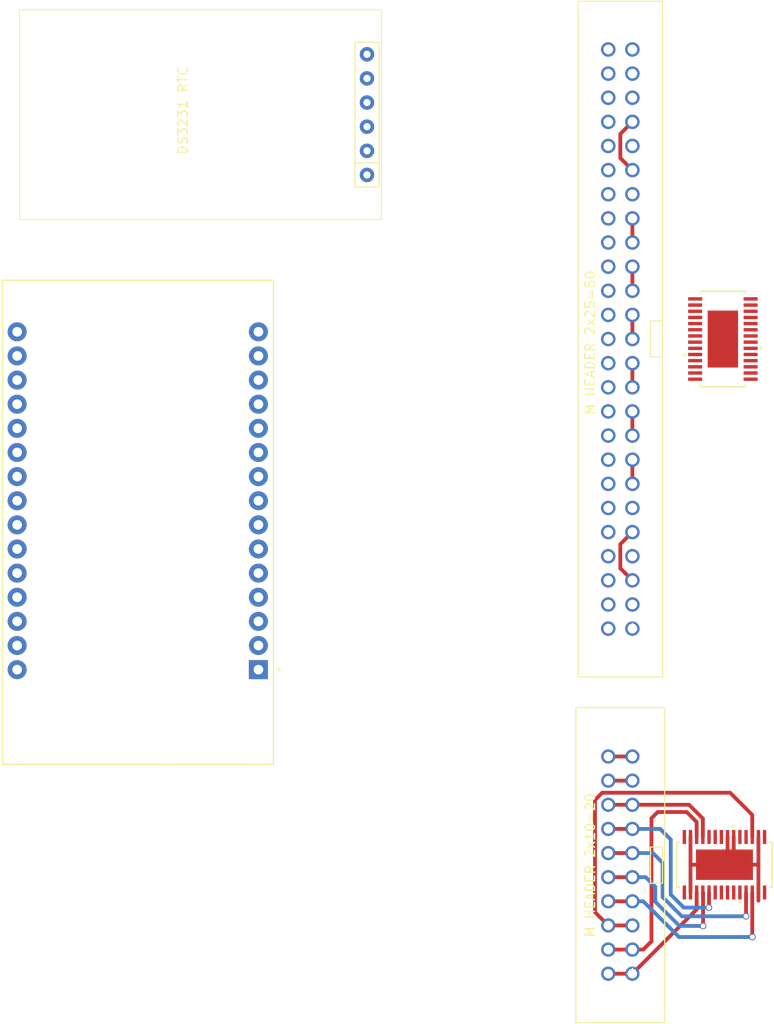
<source format=kicad_pcb>
(kicad_pcb (version 20221018) (generator pcbnew)
  (layers (0 "F.Cu" signal) (31 "B.Cu" signal) (34 "B.Paste" user) (35 "F.Paste" user) (36 "B.SilkS" user "B.Silkscreen") (37 "F.SilkS" user "F.Silkscreen") (38 "B.Mask" user) (39 "F.Mask" user) (44 "Edge.Cuts" user))
  (net 0 "")
  (footprint "Luminator:M HEADER 2x10=20 2.54mm" (layer "F.Cu") (at 101.854 131.318 90)
    (fp_text reference "REF**" hide)
    (fp_text value "M HEADER 2x10=20" (at 11.43 -4.445 90) (layer "F.SilkS"))
    (fp_text user "*" (at 0 0 90) (layer "F.SilkS"))
    (fp_line (start -5.1435 -5.9436) (end -5.1435 3.4036) (stroke (width 0.12)) (layer "F.SilkS"))
    (fp_line (start -5.1435 3.4036) (end 28.0035 3.4036) (stroke (width 0.12)) (layer "F.SilkS"))
    (fp_line (start 28.0035 -5.9436) (end -5.1435 -5.9436) (stroke (width 0.12)) (layer "F.SilkS"))
    (fp_line (start 28.0035 3.4036) (end 28.0035 -5.9436) (stroke (width 0.12)) (layer "F.SilkS"))
    (fp_rect (start 9.525 1.905) (end 13.335 3.175) (stroke (width 0.12)) (fill none) (layer "F.SilkS"))
    (pad "1" thru_hole circle (at 0 0 90) (size 1.4986 1.4986) (drill 0.9906) (layers "*.Cu" "*.Mask"))
    (pad "2" thru_hole circle (at 0 -2.54 90) (size 1.4986 1.4986) (drill 0.9906) (layers "*.Cu" "*.Mask"))
    (pad "3" thru_hole circle (at 2.54 0 90) (size 1.4986 1.4986) (drill 0.9906) (layers "*.Cu" "*.Mask"))
    (pad "4" thru_hole circle (at 2.54 -2.54 90) (size 1.4986 1.4986) (drill 0.9906) (layers "*.Cu" "*.Mask"))
    (pad "5" thru_hole circle (at 5.08 0 90) (size 1.4986 1.4986) (drill 0.9906) (layers "*.Cu" "*.Mask"))
    (pad "6" thru_hole circle (at 5.08 -2.54 90) (size 1.4986 1.4986) (drill 0.9906) (layers "*.Cu" "*.Mask"))
    (pad "7" thru_hole circle (at 7.62 0 90) (size 1.4986 1.4986) (drill 0.9906) (layers "*.Cu" "*.Mask"))
    (pad "8" thru_hole circle (at 7.62 -2.54 90) (size 1.4986 1.4986) (drill 0.9906) (layers "*.Cu" "*.Mask"))
    (pad "9" thru_hole circle (at 10.16 0 90) (size 1.4986 1.4986) (drill 0.9906) (layers "*.Cu" "*.Mask"))
    (pad "10" thru_hole circle (at 10.16 -2.54 90) (size 1.4986 1.4986) (drill 0.9906) (layers "*.Cu" "*.Mask"))
    (pad "11" thru_hole circle (at 12.7 0 90) (size 1.4986 1.4986) (drill 0.9906) (layers "*.Cu" "*.Mask"))
    (pad "12" thru_hole circle (at 12.7 -2.54 90) (size 1.4986 1.4986) (drill 0.9906) (layers "*.Cu" "*.Mask"))
    (pad "13" thru_hole circle (at 15.24 0 90) (size 1.4986 1.4986) (drill 0.9906) (layers "*.Cu" "*.Mask"))
    (pad "14" thru_hole circle (at 15.24 -2.54 90) (size 1.4986 1.4986) (drill 0.9906) (layers "*.Cu" "*.Mask"))
    (pad "15" thru_hole circle (at 17.78 0 90) (size 1.4986 1.4986) (drill 0.9906) (layers "*.Cu" "*.Mask"))
    (pad "16" thru_hole circle (at 17.78 -2.54 90) (size 1.4986 1.4986) (drill 0.9906) (layers "*.Cu" "*.Mask"))
    (pad "17" thru_hole circle (at 20.32 0 90) (size 1.4986 1.4986) (drill 0.9906) (layers "*.Cu" "*.Mask"))
    (pad "18" thru_hole circle (at 20.32 -2.54 90) (size 1.4986 1.4986) (drill 0.9906) (layers "*.Cu" "*.Mask"))
    (pad "19" thru_hole circle (at 22.86 0 90) (size 1.4986 1.4986) (drill 0.9906) (layers "*.Cu" "*.Mask"))
    (pad "20" thru_hole circle (at 22.86 -2.54 90) (size 1.4986 1.4986) (drill 0.9906) (layers "*.Cu" "*.Mask"))
  )
  (footprint "Luminator:TSSOP-28EP_MPQ6628_MNP" (layer "F.Cu") (at 111.379 64.516)
    (fp_text reference "REF**" hide)
    (fp_text value "TSSOP-28EP_MPQ6628_MNP" hide)
    (fp_line (start -2.3749 -5.0292) (end -2.3749 -4.73554) (stroke (width 0.1524)) (layer "F.SilkS"))
    (fp_line (start -2.3749 4.735538) (end -2.3749 5.0292) (stroke (width 0.1524)) (layer "F.SilkS"))
    (fp_line (start -2.3749 5.0292) (end 2.3749 5.0292) (stroke (width 0.1524)) (layer "F.SilkS"))
    (fp_line (start 2.3749 -5.0292) (end -2.3749 -5.0292) (stroke (width 0.1524)) (layer "F.SilkS"))
    (fp_line (start 2.3749 -4.73554) (end 2.3749 -5.0292) (stroke (width 0.1524)) (layer "F.SilkS"))
    (fp_line (start 2.3749 5.0292) (end 2.3749 4.73554) (stroke (width 0.1524)) (layer "F.SilkS"))
    (fp_poly (pts (xy -4.1656 1.434498) (xy -4.1656 1.815498) (xy -3.9116 1.815498) (xy -3.9116 1.434498)) (fill solid) (layer "F.SilkS"))
    (fp_poly (pts (xy 4.1656 0.784499) (xy 4.1656 1.165499) (xy 3.9116 1.165499) (xy 3.9116 0.784499)) (fill solid) (layer "F.SilkS"))
    (pad "1" smd rect (at -2.921 -4.225) (size 1.4732 0.3556) (layers "F.Cu" "F.Paste" "F.Mask"))
    (pad "2" smd rect (at -2.921 -3.574999) (size 1.4732 0.3556) (layers "F.Cu" "F.Paste" "F.Mask"))
    (pad "3" smd rect (at -2.921 -2.925) (size 1.4732 0.3556) (layers "F.Cu" "F.Paste" "F.Mask"))
    (pad "4" smd rect (at -2.921 -2.274999) (size 1.4732 0.3556) (layers "F.Cu" "F.Paste" "F.Mask"))
    (pad "5" smd rect (at -2.921 -1.625001) (size 1.4732 0.3556) (layers "F.Cu" "F.Paste" "F.Mask"))
    (pad "6" smd rect (at -2.921 -0.974999) (size 1.4732 0.3556) (layers "F.Cu" "F.Paste" "F.Mask"))
    (pad "7" smd rect (at -2.921 -0.325001) (size 1.4732 0.3556) (layers "F.Cu" "F.Paste" "F.Mask"))
    (pad "8" smd rect (at -2.921 0.324998) (size 1.4732 0.3556) (layers "F.Cu" "F.Paste" "F.Mask"))
    (pad "9" smd rect (at -2.921 0.974999) (size 1.4732 0.3556) (layers "F.Cu" "F.Paste" "F.Mask"))
    (pad "10" smd rect (at -2.921 1.624998) (size 1.4732 0.3556) (layers "F.Cu" "F.Paste" "F.Mask"))
    (pad "11" smd rect (at -2.921 2.274999) (size 1.4732 0.3556) (layers "F.Cu" "F.Paste" "F.Mask"))
    (pad "12" smd rect (at -2.921 2.924998) (size 1.4732 0.3556) (layers "F.Cu" "F.Paste" "F.Mask"))
    (pad "13" smd rect (at -2.921 3.574999) (size 1.4732 0.3556) (layers "F.Cu" "F.Paste" "F.Mask"))
    (pad "14" smd rect (at -2.921 4.224998) (size 1.4732 0.3556) (layers "F.Cu" "F.Paste" "F.Mask"))
    (pad "15" smd rect (at 2.921 4.225) (size 1.4732 0.3556) (layers "F.Cu" "F.Paste" "F.Mask"))
    (pad "16" smd rect (at 2.921 3.574999) (size 1.4732 0.3556) (layers "F.Cu" "F.Paste" "F.Mask"))
    (pad "17" smd rect (at 2.921 2.925) (size 1.4732 0.3556) (layers "F.Cu" "F.Paste" "F.Mask"))
    (pad "18" smd rect (at 2.921 2.274999) (size 1.4732 0.3556) (layers "F.Cu" "F.Paste" "F.Mask"))
    (pad "19" smd rect (at 2.921 1.625001) (size 1.4732 0.3556) (layers "F.Cu" "F.Paste" "F.Mask"))
    (pad "20" smd rect (at 2.921 0.974999) (size 1.4732 0.3556) (layers "F.Cu" "F.Paste" "F.Mask"))
    (pad "21" smd rect (at 2.921 0.325001) (size 1.4732 0.3556) (layers "F.Cu" "F.Paste" "F.Mask"))
    (pad "22" smd rect (at 2.921 -0.325001) (size 1.4732 0.3556) (layers "F.Cu" "F.Paste" "F.Mask"))
    (pad "23" smd rect (at 2.921 -0.974999) (size 1.4732 0.3556) (layers "F.Cu" "F.Paste" "F.Mask"))
    (pad "24" smd rect (at 2.921 -1.625001) (size 1.4732 0.3556) (layers "F.Cu" "F.Paste" "F.Mask"))
    (pad "25" smd rect (at 2.921 -2.274999) (size 1.4732 0.3556) (layers "F.Cu" "F.Paste" "F.Mask"))
    (pad "26" smd rect (at 2.921 -2.925) (size 1.4732 0.3556) (layers "F.Cu" "F.Paste" "F.Mask"))
    (pad "27" smd rect (at 2.921 -3.574999) (size 1.4732 0.3556) (layers "F.Cu" "F.Paste" "F.Mask"))
    (pad "28" smd rect (at 2.921 -4.225) (size 1.4732 0.3556) (layers "F.Cu" "F.Paste" "F.Mask"))
    (pad "29" smd rect (at 0 0) (size 3.200001 6.000001) (layers "F.Cu" "F.Mask"))
  )
  (footprint "Luminator:DS3231 RTC" (layer "F.Cu") (at 73.914 40.894 90)
    (fp_text reference "REF**" hide)
    (fp_text value "DS3231 RTC")
    (fp_text user "DS3231 RTC" (at -4.318 -18.796 90 unlocked) (layer "F.SilkS") (effects (justify left bottom)))
    (fp_line (start -5.08 -1.27) (end -5.08 1.27) (stroke (width 0.12)) (layer "F.SilkS"))
    (fp_rect (start -11.049 -36.576) (end 11.049 1.524) (stroke (width 0.1)) (fill none) (layer "F.SilkS"))
    (fp_rect (start -7.62 -1.27) (end 7.62 1.27) (stroke (width 0.12)) (fill none) (layer "F.SilkS"))
    (pad "32K" thru_hole circle (at 6.35 0 90) (size 1.524 1.524) (drill 0.762) (layers "*.Cu" "*.Mask"))
    (pad "GND" thru_hole circle (at -6.35 0 90) (size 1.524 1.524) (drill 0.762) (layers "*.Cu" "*.Mask"))
    (pad "SCL" thru_hole circle (at 1.27 0 90) (size 1.524 1.524) (drill 0.762) (layers "*.Cu" "*.Mask"))
    (pad "SDA" thru_hole circle (at -1.27 0 90) (size 1.524 1.524) (drill 0.762) (layers "*.Cu" "*.Mask"))
    (pad "SQW" thru_hole circle (at 3.81 0 90) (size 1.524 1.524) (drill 0.762) (layers "*.Cu" "*.Mask"))
    (pad "VCC" thru_hole circle (at -3.81 0 90) (size 1.524 1.524) (drill 0.762) (layers "*.Cu" "*.Mask"))
  )
  (footprint "Luminator:M HEADER 2x25=50 2.54mm" (layer "F.Cu") (at 101.854 94.996 90)
    (fp_text reference "REF**" hide)
    (fp_text value "M HEADER 2x25=50 " (at 30.48 -4.445 90) (layer "F.SilkS"))
    (fp_line (start -5.08 -5.715) (end -5.08 3.175) (stroke (width 0.12)) (layer "F.SilkS"))
    (fp_line (start -5.08 3.175) (end 66.04 3.175) (stroke (width 0.12)) (layer "F.SilkS"))
    (fp_line (start 66.04 -5.715) (end -5.08 -5.715) (stroke (width 0.12)) (layer "F.SilkS"))
    (fp_line (start 66.04 3.175) (end 66.04 -5.715) (stroke (width 0.12)) (layer "F.SilkS"))
    (fp_rect (start 28.575 1.905) (end 32.385 3.175) (stroke (width 0.12)) (fill none) (layer "F.SilkS"))
    (pad "1" thru_hole circle (at 0 0 90) (size 1.524 1.524) (drill 1.016) (layers "*.Cu" "*.Mask"))
    (pad "2" thru_hole circle (at 0 -2.54 90) (size 1.524 1.524) (drill 1.016) (layers "*.Cu" "*.Mask"))
    (pad "3" thru_hole circle (at 2.54 0 90) (size 1.524 1.524) (drill 1.016) (layers "*.Cu" "*.Mask"))
    (pad "4" thru_hole circle (at 2.54 -2.54 90) (size 1.524 1.524) (drill 1.016) (layers "*.Cu" "*.Mask"))
    (pad "5" thru_hole circle (at 5.08 0 90) (size 1.524 1.524) (drill 1.016) (layers "*.Cu" "*.Mask"))
    (pad "6" thru_hole circle (at 5.08 -2.54 90) (size 1.524 1.524) (drill 1.016) (layers "*.Cu" "*.Mask"))
    (pad "7" thru_hole circle (at 7.62 0 90) (size 1.524 1.524) (drill 1.016) (layers "*.Cu" "*.Mask"))
    (pad "8" thru_hole circle (at 7.62 -2.54 90) (size 1.524 1.524) (drill 1.016) (layers "*.Cu" "*.Mask"))
    (pad "9" thru_hole circle (at 10.16 0 90) (size 1.524 1.524) (drill 1.016) (layers "*.Cu" "*.Mask"))
    (pad "10" thru_hole circle (at 10.16 -2.54 90) (size 1.524 1.524) (drill 1.016) (layers "*.Cu" "*.Mask"))
    (pad "11" thru_hole circle (at 12.7 0 90) (size 1.524 1.524) (drill 1.016) (layers "*.Cu" "*.Mask"))
    (pad "12" thru_hole circle (at 12.7 -2.54 90) (size 1.524 1.524) (drill 1.016) (layers "*.Cu" "*.Mask"))
    (pad "13" thru_hole circle (at 15.24 0 90) (size 1.524 1.524) (drill 1.016) (layers "*.Cu" "*.Mask"))
    (pad "14" thru_hole circle (at 15.24 -2.54 90) (size 1.524 1.524) (drill 1.016) (layers "*.Cu" "*.Mask"))
    (pad "15" thru_hole circle (at 17.78 0 90) (size 1.524 1.524) (drill 1.016) (layers "*.Cu" "*.Mask"))
    (pad "16" thru_hole circle (at 17.78 -2.54 90) (size 1.524 1.524) (drill 1.016) (layers "*.Cu" "*.Mask"))
    (pad "17" thru_hole circle (at 20.32 0 90) (size 1.524 1.524) (drill 1.016) (layers "*.Cu" "*.Mask"))
    (pad "18" thru_hole circle (at 20.32 -2.54 90) (size 1.524 1.524) (drill 1.016) (layers "*.Cu" "*.Mask"))
    (pad "19" thru_hole circle (at 22.86 0 90) (size 1.524 1.524) (drill 1.016) (layers "*.Cu" "*.Mask"))
    (pad "20" thru_hole circle (at 22.86 -2.54 90) (size 1.524 1.524) (drill 1.016) (layers "*.Cu" "*.Mask"))
    (pad "21" thru_hole circle (at 25.4 0 90) (size 1.524 1.524) (drill 1.016) (layers "*.Cu" "*.Mask"))
    (pad "22" thru_hole circle (at 25.4 -2.54 90) (size 1.524 1.524) (drill 1.016) (layers "*.Cu" "*.Mask"))
    (pad "23" thru_hole circle (at 27.94 0 90) (size 1.524 1.524) (drill 1.016) (layers "*.Cu" "*.Mask"))
    (pad "24" thru_hole circle (at 27.94 -2.54 90) (size 1.524 1.524) (drill 1.016) (layers "*.Cu" "*.Mask"))
    (pad "25" thru_hole circle (at 30.48 0 90) (size 1.524 1.524) (drill 1.016) (layers "*.Cu" "*.Mask"))
    (pad "26" thru_hole circle (at 30.48 -2.54 90) (size 1.524 1.524) (drill 1.016) (layers "*.Cu" "*.Mask"))
    (pad "27" thru_hole circle (at 33.02 0 90) (size 1.524 1.524) (drill 1.016) (layers "*.Cu" "*.Mask"))
    (pad "28" thru_hole circle (at 33.02 -2.54 90) (size 1.524 1.524) (drill 1.016) (layers "*.Cu" "*.Mask"))
    (pad "29" thru_hole circle (at 35.56 0 90) (size 1.524 1.524) (drill 1.016) (layers "*.Cu" "*.Mask"))
    (pad "30" thru_hole circle (at 35.56 -2.54 90) (size 1.524 1.524) (drill 1.016) (layers "*.Cu" "*.Mask"))
    (pad "31" thru_hole circle (at 38.1 0 90) (size 1.524 1.524) (drill 1.016) (layers "*.Cu" "*.Mask"))
    (pad "32" thru_hole circle (at 38.1 -2.54 90) (size 1.524 1.524) (drill 1.016) (layers "*.Cu" "*.Mask"))
    (pad "33" thru_hole circle (at 40.64 0 90) (size 1.524 1.524) (drill 1.016) (layers "*.Cu" "*.Mask"))
    (pad "34" thru_hole circle (at 40.64 -2.54 90) (size 1.524 1.524) (drill 1.016) (layers "*.Cu" "*.Mask"))
    (pad "35" thru_hole circle (at 43.18 0 90) (size 1.524 1.524) (drill 1.016) (layers "*.Cu" "*.Mask"))
    (pad "36" thru_hole circle (at 43.18 -2.54 90) (size 1.524 1.524) (drill 1.016) (layers "*.Cu" "*.Mask"))
    (pad "37" thru_hole circle (at 45.72 0 90) (size 1.524 1.524) (drill 1.016) (layers "*.Cu" "*.Mask"))
    (pad "38" thru_hole circle (at 45.72 -2.54 90) (size 1.524 1.524) (drill 1.016) (layers "*.Cu" "*.Mask"))
    (pad "39" thru_hole circle (at 48.26 0 90) (size 1.524 1.524) (drill 1.016) (layers "*.Cu" "*.Mask"))
    (pad "40" thru_hole circle (at 48.26 -2.54 90) (size 1.524 1.524) (drill 1.016) (layers "*.Cu" "*.Mask"))
    (pad "41" thru_hole circle (at 50.8 0 90) (size 1.524 1.524) (drill 1.016) (layers "*.Cu" "*.Mask"))
    (pad "42" thru_hole circle (at 50.8 -2.54 90) (size 1.524 1.524) (drill 1.016) (layers "*.Cu" "*.Mask"))
    (pad "43" thru_hole circle (at 53.34 0 90) (size 1.524 1.524) (drill 1.016) (layers "*.Cu" "*.Mask"))
    (pad "44" thru_hole circle (at 53.34 -2.54 90) (size 1.524 1.524) (drill 1.016) (layers "*.Cu" "*.Mask"))
    (pad "45" thru_hole circle (at 55.88 0 90) (size 1.524 1.524) (drill 1.016) (layers "*.Cu" "*.Mask"))
    (pad "46" thru_hole circle (at 55.88 -2.54 90) (size 1.524 1.524) (drill 1.016) (layers "*.Cu" "*.Mask"))
    (pad "47" thru_hole circle (at 58.42 0 90) (size 1.524 1.524) (drill 1.016) (layers "*.Cu" "*.Mask"))
    (pad "48" thru_hole circle (at 58.42 -2.54 90) (size 1.524 1.524) (drill 1.016) (layers "*.Cu" "*.Mask"))
    (pad "49" thru_hole circle (at 60.96 0 90) (size 1.524 1.524) (drill 1.016) (layers "*.Cu" "*.Mask"))
    (pad "50" thru_hole circle (at 60.96 -2.54 90) (size 1.524 1.524) (drill 1.016) (layers "*.Cu" "*.Mask"))
  )
  (footprint "Luminator:MODULE_ESP32_DEVKIT_V1" (layer "F.Cu") (at 50.292 83.799)
    (fp_text reference "REF**" hide)
    (fp_text value "MODULE_ESP32_DEVKIT_V1")
    (fp_line (start -14.738 -25.475) (end 13.772 -25.475) (stroke (width 0.127)) (layer "F.SilkS"))
    (fp_line (start -14.738 25.475) (end -14.738 -25.475) (stroke (width 0.127)) (layer "F.SilkS"))
    (fp_line (start -14.738 25.475) (end -14.738 -25.475) (stroke (width 0.127)) (layer "F.SilkS"))
    (fp_line (start -9.288 -25.475) (end -14.738 -25.475) (stroke (width 0.127)) (layer "F.SilkS"))
    (fp_line (start -4.008 25.475) (end -14.738 25.475) (stroke (width 0.127)) (layer "F.SilkS"))
    (fp_line (start 2.703 25.475) (end -4.008 25.475) (stroke (width 0.127)) (layer "F.SilkS"))
    (fp_line (start 8.402 -25.475) (end -9.288 -25.475) (stroke (width 0.127)) (layer "F.SilkS"))
    (fp_line (start 13.772 -25.475) (end 8.402 -25.475) (stroke (width 0.127)) (layer "F.SilkS"))
    (fp_line (start 13.772 -25.475) (end 13.772 25.475) (stroke (width 0.127)) (layer "F.SilkS"))
    (fp_line (start 13.772 -25.475) (end 13.772 25.475) (stroke (width 0.127)) (layer "F.SilkS"))
    (fp_line (start 13.772 25.475) (end -14.738 25.475) (stroke (width 0.127)) (layer "F.SilkS"))
    (fp_line (start 13.772 25.475) (end 2.703 25.475) (stroke (width 0.127)) (layer "F.SilkS"))
    (fp_circle (center 14.342 15.515) (end 14.242 15.515) (stroke (width 0.2)) (fill none) (layer "F.SilkS"))
    (pad "" np_thru_hole circle (at -12.738 -23.475 180) (size 3 3) (drill 3) (layers "*.Cu" "*.Mask"))
    (pad "" np_thru_hole circle (at -12.738 23.475 180) (size 3 3) (drill 3) (layers "*.Cu" "*.Mask"))
    (pad "" np_thru_hole circle (at 11.772 -23.475 180) (size 3 3) (drill 3) (layers "*.Cu" "*.Mask"))
    (pad "" np_thru_hole circle (at 11.772 23.475 180) (size 3 3) (drill 3) (layers "*.Cu" "*.Mask"))
    (pad "1" thru_hole rect (at 12.192 15.515 180) (size 2 2) (drill 1.02) (layers "*.Cu" "*.Mask"))
    (pad "2" thru_hole circle (at 12.192 12.975 180) (size 2 2) (drill 1.02) (layers "*.Cu" "*.Mask"))
    (pad "3" thru_hole circle (at 12.192 10.435 180) (size 2 2) (drill 1.02) (layers "*.Cu" "*.Mask"))
    (pad "4" thru_hole circle (at 12.192 7.895 180) (size 2 2) (drill 1.02) (layers "*.Cu" "*.Mask"))
    (pad "5" thru_hole circle (at 12.192 5.355 180) (size 2 2) (drill 1.02) (layers "*.Cu" "*.Mask"))
    (pad "6" thru_hole circle (at 12.192 2.815 180) (size 2 2) (drill 1.02) (layers "*.Cu" "*.Mask"))
    (pad "7" thru_hole circle (at 12.192 0.275 180) (size 2 2) (drill 1.02) (layers "*.Cu" "*.Mask"))
    (pad "8" thru_hole circle (at 12.192 -2.265 180) (size 2 2) (drill 1.02) (layers "*.Cu" "*.Mask"))
    (pad "9" thru_hole circle (at 12.192 -4.805 180) (size 2 2) (drill 1.02) (layers "*.Cu" "*.Mask"))
    (pad "10" thru_hole circle (at 12.192 -7.345 180) (size 2 2) (drill 1.02) (layers "*.Cu" "*.Mask"))
    (pad "11" thru_hole circle (at 12.192 -9.885 180) (size 2 2) (drill 1.02) (layers "*.Cu" "*.Mask"))
    (pad "12" thru_hole circle (at 12.192 -12.425 180) (size 2 2) (drill 1.02) (layers "*.Cu" "*.Mask"))
    (pad "13" thru_hole circle (at 12.192 -14.965 180) (size 2 2) (drill 1.02) (layers "*.Cu" "*.Mask"))
    (pad "14" thru_hole circle (at 12.192 -17.505 180) (size 2 2) (drill 1.02) (layers "*.Cu" "*.Mask"))
    (pad "15" thru_hole circle (at 12.192 -20.045 180) (size 2 2) (drill 1.02) (layers "*.Cu" "*.Mask"))
    (pad "16" thru_hole circle (at -13.208 -20.045 180) (size 2 2) (drill 1.02) (layers "*.Cu" "*.Mask"))
    (pad "17" thru_hole circle (at -13.208 -17.505 180) (size 2 2) (drill 1.02) (layers "*.Cu" "*.Mask"))
    (pad "18" thru_hole circle (at -13.208 -14.965 180) (size 2 2) (drill 1.02) (layers "*.Cu" "*.Mask"))
    (pad "19" thru_hole circle (at -13.208 -12.425 180) (size 2 2) (drill 1.02) (layers "*.Cu" "*.Mask"))
    (pad "20" thru_hole circle (at -13.208 -9.885 180) (size 2 2) (drill 1.02) (layers "*.Cu" "*.Mask"))
    (pad "21" thru_hole circle (at -13.208 -7.345 180) (size 2 2) (drill 1.02) (layers "*.Cu" "*.Mask"))
    (pad "22" thru_hole circle (at -13.208 -4.805 180) (size 2 2) (drill 1.02) (layers "*.Cu" "*.Mask"))
    (pad "23" thru_hole circle (at -13.208 -2.265 180) (size 2 2) (drill 1.02) (layers "*.Cu" "*.Mask"))
    (pad "24" thru_hole circle (at -13.208 0.275 180) (size 2 2) (drill 1.02) (layers "*.Cu" "*.Mask"))
    (pad "25" thru_hole circle (at -13.208 2.815 180) (size 2 2) (drill 1.02) (layers "*.Cu" "*.Mask"))
    (pad "26" thru_hole circle (at -13.208 5.355 180) (size 2 2) (drill 1.02) (layers "*.Cu" "*.Mask"))
    (pad "27" thru_hole circle (at -13.208 7.895 180) (size 2 2) (drill 1.02) (layers "*.Cu" "*.Mask"))
    (pad "28" thru_hole circle (at -13.208 10.435 180) (size 2 2) (drill 1.02) (layers "*.Cu" "*.Mask"))
    (pad "29" thru_hole circle (at -13.208 12.975 180) (size 2 2) (drill 1.02) (layers "*.Cu" "*.Mask"))
    (pad "30" thru_hole circle (at -13.208 15.515 180) (size 2 2) (drill 1.02) (layers "*.Cu" "*.Mask"))
  )
  (footprint "Luminator:TSSOP-28EP_MPQ6628_MNP" (layer "F.Cu") (at 111.547001 119.846999 90)
    (fp_text reference "REF**" hide)
    (fp_text value "TSSOP-28EP_MPQ6628_MNP" hide)
    (fp_line (start -2.3749 -5.0292) (end -2.3749 -4.73554) (stroke (width 0.1524)) (layer "F.SilkS"))
    (fp_line (start -2.3749 4.735538) (end -2.3749 5.0292) (stroke (width 0.1524)) (layer "F.SilkS"))
    (fp_line (start -2.3749 5.0292) (end 2.3749 5.0292) (stroke (width 0.1524)) (layer "F.SilkS"))
    (fp_line (start 2.3749 -5.0292) (end -2.3749 -5.0292) (stroke (width 0.1524)) (layer "F.SilkS"))
    (fp_line (start 2.3749 -4.73554) (end 2.3749 -5.0292) (stroke (width 0.1524)) (layer "F.SilkS"))
    (fp_line (start 2.3749 5.0292) (end 2.3749 4.73554) (stroke (width 0.1524)) (layer "F.SilkS"))
    (fp_poly (pts (xy -4.1656 1.434498) (xy -4.1656 1.815498) (xy -3.9116 1.815498) (xy -3.9116 1.434498)) (fill solid) (layer "F.SilkS"))
    (fp_poly (pts (xy 4.1656 0.784499) (xy 4.1656 1.165499) (xy 3.9116 1.165499) (xy 3.9116 0.784499)) (fill solid) (layer "F.SilkS"))
    (pad "1" smd rect (at -2.921 -4.225 90) (size 1.4732 0.3556) (layers "F.Cu" "F.Paste" "F.Mask"))
    (pad "2" smd rect (at -2.921 -3.574999 90) (size 1.4732 0.3556) (layers "F.Cu" "F.Paste" "F.Mask"))
    (pad "3" smd rect (at -2.921 -2.925 90) (size 1.4732 0.3556) (layers "F.Cu" "F.Paste" "F.Mask"))
    (pad "4" smd rect (at -2.921 -2.274999 90) (size 1.4732 0.3556) (layers "F.Cu" "F.Paste" "F.Mask"))
    (pad "5" smd rect (at -2.921 -1.625001 90) (size 1.4732 0.3556) (layers "F.Cu" "F.Paste" "F.Mask"))
    (pad "6" smd rect (at -2.921 -0.974999 90) (size 1.4732 0.3556) (layers "F.Cu" "F.Paste" "F.Mask"))
    (pad "7" smd rect (at -2.921 -0.325001 90) (size 1.4732 0.3556) (layers "F.Cu" "F.Paste" "F.Mask"))
    (pad "8" smd rect (at -2.921 0.324998 90) (size 1.4732 0.3556) (layers "F.Cu" "F.Paste" "F.Mask"))
    (pad "9" smd rect (at -2.921 0.974999 90) (size 1.4732 0.3556) (layers "F.Cu" "F.Paste" "F.Mask"))
    (pad "10" smd rect (at -2.921 1.624998 90) (size 1.4732 0.3556) (layers "F.Cu" "F.Paste" "F.Mask"))
    (pad "11" smd rect (at -2.921 2.274999 90) (size 1.4732 0.3556) (layers "F.Cu" "F.Paste" "F.Mask"))
    (pad "12" smd rect (at -2.921 2.924998 90) (size 1.4732 0.3556) (layers "F.Cu" "F.Paste" "F.Mask"))
    (pad "13" smd rect (at -2.921 3.574999 90) (size 1.4732 0.3556) (layers "F.Cu" "F.Paste" "F.Mask"))
    (pad "14" smd rect (at -2.921 4.224998 90) (size 1.4732 0.3556) (layers "F.Cu" "F.Paste" "F.Mask"))
    (pad "15" smd rect (at 2.921 4.225 90) (size 1.4732 0.3556) (layers "F.Cu" "F.Paste" "F.Mask"))
    (pad "16" smd rect (at 2.921 3.574999 90) (size 1.4732 0.3556) (layers "F.Cu" "F.Paste" "F.Mask"))
    (pad "17" smd rect (at 2.921 2.925 90) (size 1.4732 0.3556) (layers "F.Cu" "F.Paste" "F.Mask"))
    (pad "18" smd rect (at 2.921 2.274999 90) (size 1.4732 0.3556) (layers "F.Cu" "F.Paste" "F.Mask"))
    (pad "19" smd rect (at 2.921 1.625001 90) (size 1.4732 0.3556) (layers "F.Cu" "F.Paste" "F.Mask"))
    (pad "20" smd rect (at 2.921 0.974999 90) (size 1.4732 0.3556) (layers "F.Cu" "F.Paste" "F.Mask"))
    (pad "21" smd rect (at 2.921 0.325001 90) (size 1.4732 0.3556) (layers "F.Cu" "F.Paste" "F.Mask"))
    (pad "22" smd rect (at 2.921 -0.325001 90) (size 1.4732 0.3556) (layers "F.Cu" "F.Paste" "F.Mask"))
    (pad "23" smd rect (at 2.921 -0.974999 90) (size 1.4732 0.3556) (layers "F.Cu" "F.Paste" "F.Mask"))
    (pad "24" smd rect (at 2.921 -1.625001 90) (size 1.4732 0.3556) (layers "F.Cu" "F.Paste" "F.Mask"))
    (pad "25" smd rect (at 2.921 -2.274999 90) (size 1.4732 0.3556) (layers "F.Cu" "F.Paste" "F.Mask"))
    (pad "26" smd rect (at 2.921 -2.925 90) (size 1.4732 0.3556) (layers "F.Cu" "F.Paste" "F.Mask"))
    (pad "27" smd rect (at 2.921 -3.574999 90) (size 1.4732 0.3556) (layers "F.Cu" "F.Paste" "F.Mask"))
    (pad "28" smd rect (at 2.921 -4.225 90) (size 1.4732 0.3556) (layers "F.Cu" "F.Paste" "F.Mask"))
    (pad "29" smd rect (at 0 0 90) (size 3.200001 6.000001) (layers "F.Cu" "F.Mask"))
  )
  (gr_text "*" (at 101.854 131.318) (layer "F.SilkS") (effects (font (size 1 1))))
  (gr_text "*" (at 101.854 94.996) (layer "F.SilkS") (effects (font (size 1 1))))
  (segment (start 115.122 119.846999) (end 115.122 122.767999) (width 0.4) (layer "F.Cu") (net 0))
  (segment (start 99.314 126.238) (end 101.854 126.238) (width 0.4) (layer "F.Cu") (net 0))
  (segment (start 101.854 89.916) (end 100.584 88.646) (width 0.4) (layer "F.Cu") (net 0))
  (segment (start 107.972002 119.846999) (end 107.972002 116.925999) (width 0.4) (layer "F.Cu") (net 0))
  (segment (start 113.822 125.2682) (end 113.8174 125.2728) (width 0.4) (layer "F.Cu") (net 0))
  (segment (start 109.272002 116.925999) (end 109.272002 114.987002) (width 0.4) (layer "F.Cu") (net 0))
  (segment (start 109.2962 126.2888) (end 109.2962 122.792197) (width 0.4) (layer "F.Cu") (net 0))
  (segment (start 101.854 54.356) (end 101.854 51.816) (width 0.4) (layer "F.Cu") (net 0))
  (segment (start 98.679 112.268) (end 97.917 113.03) (width 0.4) (layer "F.Cu") (net 0))
  (segment (start 99.314 110.998) (end 101.854 110.998) (width 0.4) (layer "F.Cu") (net 0))
  (segment (start 101.854 72.136) (end 101.854 74.676) (width 0.4) (layer "F.Cu") (net 0))
  (segment (start 101.854 123.698) (end 99.314 123.698) (width 0.4) (layer "F.Cu") (net 0))
  (segment (start 99.314 116.078) (end 101.854 116.078) (width 0.4) (layer "F.Cu") (net 0))
  (segment (start 115.122 116.925999) (end 115.122 119.846999) (width 0.4) (layer "F.Cu") (net 0))
  (segment (start 101.854 56.896) (end 101.854 59.436) (width 0.4) (layer "F.Cu") (net 0))
  (segment (start 108.622001 124.549999) (end 108.622001 122.767999) (width 0.4) (layer "F.Cu") (net 0))
  (segment (start 101.854 41.656) (end 100.584 42.926) (width 0.4) (layer "F.Cu") (net 0))
  (segment (start 101.854 113.538) (end 99.314 113.538) (width 0.4) (layer "F.Cu") (net 0))
  (segment (start 112.141 112.268) (end 98.679 112.268) (width 0.4) (layer "F.Cu") (net 0))
  (segment (start 103.8606 127.9144) (end 102.997 128.778) (width 0.4) (layer "F.Cu") (net 0))
  (segment (start 101.854 61.976) (end 101.854 64.516) (width 0.4) (layer "F.Cu") (net 0))
  (segment (start 111.872002 116.925999) (end 111.872002 119.521998) (width 0.4) (layer "F.Cu") (net 0))
  (segment (start 114.472001 114.599001) (end 112.141 112.268) (width 0.4) (layer "F.Cu") (net 0))
  (segment (start 101.854 131.318) (end 108.622001 124.549999) (width 0.4) (layer "F.Cu") (net 0))
  (segment (start 101.854 77.216) (end 101.854 79.756) (width 0.4) (layer "F.Cu") (net 0))
  (segment (start 99.314 121.158) (end 101.854 121.158) (width 0.4) (layer "F.Cu") (net 0))
  (segment (start 101.854 128.778) (end 99.314 128.778) (width 0.4) (layer "F.Cu") (net 0))
  (segment (start 113.822 122.767999) (end 113.822 125.2682) (width 0.4) (layer "F.Cu") (net 0))
  (segment (start 100.584 45.466) (end 101.854 46.736) (width 0.4) (layer "F.Cu") (net 0))
  (segment (start 114.471999 127.451399) (end 114.4778 127.4572) (width 0.4) (layer "F.Cu") (net 0))
  (segment (start 115.122 122.767999) (end 115.122 123.631) (width 0.4) (layer "F.Cu") (net 0))
  (segment (start 114.471999 122.767999) (end 114.471999 127.451399) (width 0.4) (layer "F.Cu") (net 0))
  (segment (start 97.917 113.03) (end 97.917 124.841) (width 0.4) (layer "F.Cu") (net 0))
  (segment (start 101.854 67.056) (end 101.854 69.596) (width 0.4) (layer "F.Cu") (net 0))
  (segment (start 115.122 119.846999) (end 111.547001 119.846999) (width 0.4) (layer "F.Cu") (net 0))
  (segment (start 109.922 124.3422) (end 109.9058 124.3584) (width 0.4) (layer "F.Cu") (net 0))
  (segment (start 109.2962 122.792197) (end 109.272002 122.767999) (width 0.4) (layer "F.Cu") (net 0))
  (segment (start 108.622001 116.925999) (end 108.622001 115.353001) (width 0.4) (layer "F.Cu") (net 0))
  (segment (start 100.584 42.926) (end 100.584 45.466) (width 0.4) (layer "F.Cu") (net 0))
  (segment (start 103.8606 114.9604) (end 103.8606 127.9144) (width 0.4) (layer "F.Cu") (net 0))
  (segment (start 109.922 122.767999) (end 109.922 124.3422) (width 0.4) (layer "F.Cu") (net 0))
  (segment (start 101.854 108.458) (end 99.314 108.458) (width 0.4) (layer "F.Cu") (net 0))
  (segment (start 107.569 114.3) (end 104.521 114.3) (width 0.4) (layer "F.Cu") (net 0))
  (segment (start 112.522 118.872) (end 111.547001 119.846999) (width 0.4) (layer "F.Cu") (net 0))
  (segment (start 100.584 86.106) (end 101.854 84.836) (width 0.4) (layer "F.Cu") (net 0))
  (segment (start 102.997 128.778) (end 101.854 128.778) (width 0.4) (layer "F.Cu") (net 0))
  (segment (start 109.272002 114.987002) (end 107.823 113.538) (width 0.4) (layer "F.Cu") (net 0))
  (segment (start 104.521 114.3) (end 103.8606 114.9604) (width 0.4) (layer "F.Cu") (net 0))
  (segment (start 111.872002 119.521998) (end 111.547001 119.846999) (width 0.4) (layer "F.Cu") (net 0))
  (segment (start 101.854 131.318) (end 99.314 131.318) (width 0.4) (layer "F.Cu") (net 0))
  (segment (start 100.584 88.646) (end 100.584 86.106) (width 0.4) (layer "F.Cu") (net 0))
  (segment (start 101.854 118.618) (end 99.314 118.618) (width 0.4) (layer "F.Cu") (net 0))
  (segment (start 97.917 124.841) (end 99.314 126.238) (width 0.4) (layer "F.Cu") (net 0))
  (segment (start 112.522 116.925999) (end 112.522 118.872) (width 0.4) (layer "F.Cu") (net 0))
  (segment (start 107.823 113.538) (end 101.854 113.538) (width 0.4) (layer "F.Cu") (net 0))
  (segment (start 107.972002 119.846999) (end 111.547001 119.846999) (width 0.4) (layer "F.Cu") (net 0))
  (segment (start 114.472001 116.925999) (end 114.472001 114.599001) (width 0.4) (layer "F.Cu") (net 0))
  (segment (start 108.622001 115.353001) (end 107.569 114.3) (width 0.4) (layer "F.Cu") (net 0))
  (segment (start 107.972002 122.767999) (end 107.972002 119.846999) (width 0.4) (layer "F.Cu") (net 0))
  (via (at 109.9058 124.3584) (size 0.7) (drill 0.5) (layers "F.Cu" "B.Cu") (net 0))
  (via (at 109.2962 126.2888) (size 0.7) (drill 0.5) (layers "F.Cu" "B.Cu") (net 0))
  (via (at 114.4778 127.4572) (size 0.7) (drill 0.5) (layers "F.Cu" "B.Cu") (net 0))
  (via (at 113.8174 125.2728) (size 0.7) (drill 0.5) (layers "F.Cu" "B.Cu") (net 0))
  (segment (start 109.9058 124.3584) (end 107.2642 124.3584) (width 0.4) (layer "B.Cu") (net 0))
  (segment (start 107.2642 124.3584) (end 105.8926 122.9868) (width 0.4) (layer "B.Cu") (net 0))
  (segment (start 104.013 118.618) (end 101.854 118.618) (width 0.4) (layer "B.Cu") (net 0))
  (segment (start 105.029 123.2408) (end 105.029 119.634) (width 0.4) (layer "B.Cu") (net 0))
  (segment (start 106.7562 127.4572) (end 102.997 123.698) (width 0.4) (layer "B.Cu") (net 0))
  (segment (start 107.061 125.2728) (end 105.029 123.2408) (width 0.4) (layer "B.Cu") (net 0))
  (segment (start 105.029 119.634) (end 104.013 118.618) (width 0.4) (layer "B.Cu") (net 0))
  (segment (start 105.8926 117.1956) (end 104.775 116.078) (width 0.4) (layer "B.Cu") (net 0))
  (segment (start 103.251 121.158) (end 101.854 121.158) (width 0.4) (layer "B.Cu") (net 0))
  (segment (start 104.775 116.078) (end 101.854 116.078) (width 0.4) (layer "B.Cu") (net 0))
  (segment (start 104.267 123.7488) (end 104.267 122.174) (width 0.4) (layer "B.Cu") (net 0))
  (segment (start 113.8174 125.2728) (end 107.061 125.2728) (width 0.4) (layer "B.Cu") (net 0))
  (segment (start 102.997 123.698) (end 101.854 123.698) (width 0.4) (layer "B.Cu") (net 0))
  (segment (start 114.4778 127.4572) (end 106.7562 127.4572) (width 0.4) (layer "B.Cu") (net 0))
  (segment (start 106.807 126.2888) (end 104.267 123.7488) (width 0.4) (layer "B.Cu") (net 0))
  (segment (start 109.2962 126.2888) (end 106.807 126.2888) (width 0.4) (layer "B.Cu") (net 0))
  (segment (start 105.8926 122.9868) (end 105.8926 117.1956) (width 0.4) (layer "B.Cu") (net 0))
  (segment (start 104.267 122.174) (end 103.251 121.158) (width 0.4) (layer "B.Cu") (net 0))
)
</source>
